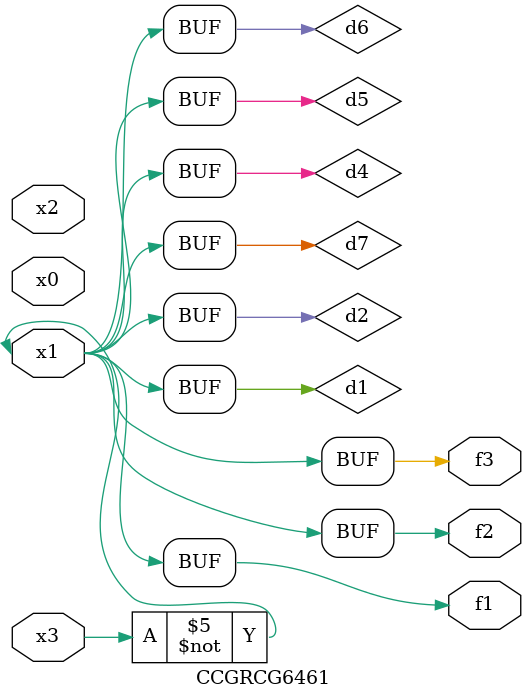
<source format=v>
module CCGRCG6461(
	input x0, x1, x2, x3,
	output f1, f2, f3
);

	wire d1, d2, d3, d4, d5, d6, d7;

	not (d1, x3);
	buf (d2, x1);
	xnor (d3, d1, d2);
	nor (d4, d1);
	buf (d5, d1, d2);
	buf (d6, d4, d5);
	nand (d7, d4);
	assign f1 = d6;
	assign f2 = d7;
	assign f3 = d6;
endmodule

</source>
